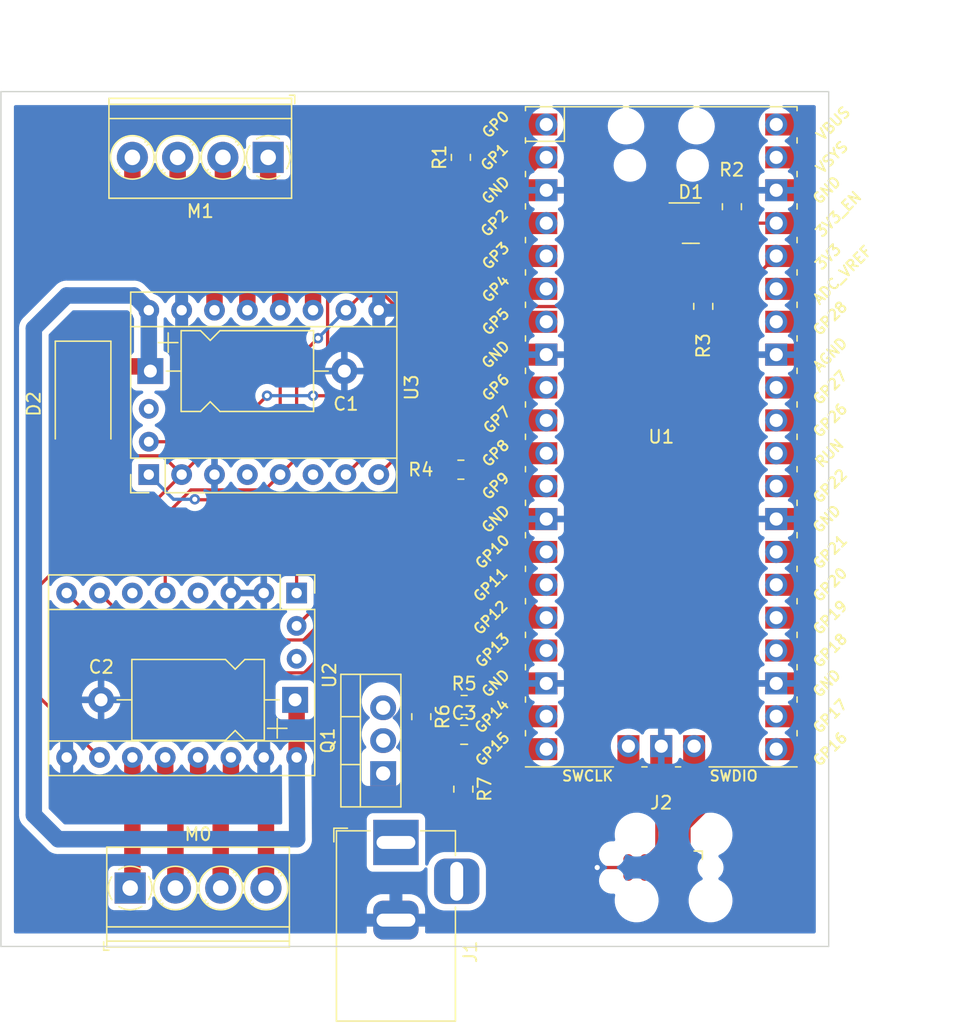
<source format=kicad_pcb>
(kicad_pcb (version 20211014) (generator pcbnew)

  (general
    (thickness 1.6)
  )

  (paper "A4")
  (layers
    (0 "F.Cu" signal)
    (31 "B.Cu" signal)
    (32 "B.Adhes" user "B.Adhesive")
    (33 "F.Adhes" user "F.Adhesive")
    (34 "B.Paste" user)
    (35 "F.Paste" user)
    (36 "B.SilkS" user "B.Silkscreen")
    (37 "F.SilkS" user "F.Silkscreen")
    (38 "B.Mask" user)
    (39 "F.Mask" user)
    (40 "Dwgs.User" user "User.Drawings")
    (41 "Cmts.User" user "User.Comments")
    (42 "Eco1.User" user "User.Eco1")
    (43 "Eco2.User" user "User.Eco2")
    (44 "Edge.Cuts" user)
    (45 "Margin" user)
    (46 "B.CrtYd" user "B.Courtyard")
    (47 "F.CrtYd" user "F.Courtyard")
    (48 "B.Fab" user)
    (49 "F.Fab" user)
    (50 "User.1" user)
    (51 "User.2" user)
    (52 "User.3" user)
    (53 "User.4" user)
    (54 "User.5" user)
    (55 "User.6" user)
    (56 "User.7" user)
    (57 "User.8" user)
    (58 "User.9" user)
  )

  (setup
    (stackup
      (layer "F.SilkS" (type "Top Silk Screen"))
      (layer "F.Paste" (type "Top Solder Paste"))
      (layer "F.Mask" (type "Top Solder Mask") (thickness 0.01))
      (layer "F.Cu" (type "copper") (thickness 0.035))
      (layer "dielectric 1" (type "core") (thickness 1.51) (material "FR4") (epsilon_r 4.5) (loss_tangent 0.02))
      (layer "B.Cu" (type "copper") (thickness 0.035))
      (layer "B.Mask" (type "Bottom Solder Mask") (thickness 0.01))
      (layer "B.Paste" (type "Bottom Solder Paste"))
      (layer "B.SilkS" (type "Bottom Silk Screen"))
      (copper_finish "None")
      (dielectric_constraints no)
    )
    (pad_to_mask_clearance 0)
    (grid_origin 35.56 144.78)
    (pcbplotparams
      (layerselection 0x00010fc_ffffffff)
      (disableapertmacros false)
      (usegerberextensions false)
      (usegerberattributes true)
      (usegerberadvancedattributes true)
      (creategerberjobfile true)
      (svguseinch false)
      (svgprecision 6)
      (excludeedgelayer true)
      (plotframeref false)
      (viasonmask false)
      (mode 1)
      (useauxorigin false)
      (hpglpennumber 1)
      (hpglpenspeed 20)
      (hpglpendiameter 15.000000)
      (dxfpolygonmode true)
      (dxfimperialunits true)
      (dxfusepcbnewfont true)
      (psnegative false)
      (psa4output false)
      (plotreference true)
      (plotvalue true)
      (plotinvisibletext false)
      (sketchpadsonfab false)
      (subtractmaskfromsilk false)
      (outputformat 1)
      (mirror false)
      (drillshape 1)
      (scaleselection 1)
      (outputdirectory "")
    )
  )

  (net 0 "")
  (net 1 "GND")
  (net 2 "/motor_en")
  (net 3 "unconnected-(U2-Pad4)")
  (net 4 "unconnected-(U2-Pad6)")
  (net 5 "/m0_step")
  (net 6 "/m0_dir")
  (net 7 "unconnected-(U3-Pad4)")
  (net 8 "unconnected-(U3-Pad6)")
  (net 9 "/m1_step")
  (net 10 "/m1_dir")
  (net 11 "unconnected-(U1-Pad19)")
  (net 12 "unconnected-(U1-Pad21)")
  (net 13 "unconnected-(U1-Pad22)")
  (net 14 "unconnected-(U1-Pad24)")
  (net 15 "unconnected-(U1-Pad25)")
  (net 16 "unconnected-(U1-Pad26)")
  (net 17 "unconnected-(U1-Pad27)")
  (net 18 "unconnected-(U1-Pad29)")
  (net 19 "unconnected-(U1-Pad30)")
  (net 20 "unconnected-(U1-Pad31)")
  (net 21 "unconnected-(U1-Pad32)")
  (net 22 "unconnected-(U1-Pad34)")
  (net 23 "unconnected-(U1-Pad35)")
  (net 24 "unconnected-(U1-Pad39)")
  (net 25 "unconnected-(U1-Pad40)")
  (net 26 "Net-(M1-Pad1)")
  (net 27 "Net-(M1-Pad2)")
  (net 28 "Net-(M1-Pad3)")
  (net 29 "Net-(M1-Pad4)")
  (net 30 "unconnected-(U1-Pad6)")
  (net 31 "unconnected-(U1-Pad7)")
  (net 32 "unconnected-(U1-Pad4)")
  (net 33 "unconnected-(U1-Pad5)")
  (net 34 "Net-(M0-Pad1)")
  (net 35 "Net-(M0-Pad2)")
  (net 36 "Net-(M0-Pad3)")
  (net 37 "Net-(M0-Pad4)")
  (net 38 "unconnected-(U2-Pad18)")
  (net 39 "unconnected-(U3-Pad18)")
  (net 40 "/m0_stall")
  (net 41 "/m1_stall")
  (net 42 "unconnected-(U1-Pad20)")
  (net 43 "unconnected-(J2-Pad7)")
  (net 44 "/SWDIO")
  (net 45 "/SWCLK")
  (net 46 "unconnected-(J2-Pad6)")
  (net 47 "unconnected-(J2-Pad8)")
  (net 48 "unconnected-(J2-Pad10)")
  (net 49 "+3V3")
  (net 50 "/motor_tx")
  (net 51 "Vdrive")
  (net 52 "unconnected-(D1-Pad2)")
  (net 53 "/3V3_EN")
  (net 54 "/motor_rxtx")
  (net 55 "unconnected-(U1-Pad14)")
  (net 56 "Net-(J1-Pad1)")
  (net 57 "Net-(C3-Pad2)")

  (footprint "Diode_SMD:D_SMA-SMB_Universal_Handsoldering" (layer "F.Cu") (at 41.91 102.87 -90))

  (footprint "Resistor_SMD:R_0805_2012Metric_Pad1.20x1.40mm_HandSolder" (layer "F.Cu") (at 68.06 127.03 -90))

  (footprint "film-scanner-fp:SilentStepStick_Breakout-18_15.2x20.3mm" (layer "F.Cu") (at 46.99 108.328 90))

  (footprint "Package_TO_SOT_SMD:SOT-23" (layer "F.Cu") (at 88.9 88.9))

  (footprint "Capacitor_THT:CP_Axial_L10.0mm_D6.0mm_P15.00mm_Horizontal" (layer "F.Cu") (at 47.11 100.33))

  (footprint "Connector_BarrelJack:BarrelJack_Horizontal" (layer "F.Cu") (at 66.0985 136.748 90))

  (footprint "Resistor_SMD:R_0805_2012Metric_Pad1.20x1.40mm_HandSolder" (layer "F.Cu") (at 71.3725 126.13))

  (footprint "TerminalBlock_Phoenix:TerminalBlock_Phoenix_PT-1,5-4-3.5-H_1x04_P3.50mm_Horizontal" (layer "F.Cu") (at 56.22 83.82 180))

  (footprint "Resistor_SMD:R_0805_2012Metric_Pad1.20x1.40mm_HandSolder" (layer "F.Cu") (at 71.12 107.95))

  (footprint "Resistor_SMD:R_0805_2012Metric_Pad1.20x1.40mm_HandSolder" (layer "F.Cu") (at 71.12 83.82 90))

  (footprint "MCU_RaspberryPi_and_Boards:RPi_Pico_SMD_TH" (layer "F.Cu") (at 86.614 105.41))

  (footprint "Resistor_SMD:R_0805_2012Metric_Pad1.20x1.40mm_HandSolder" (layer "F.Cu") (at 89.86 95.33 90))

  (footprint "Package_TO_SOT_THT:TO-220-3_Vertical" (layer "F.Cu") (at 65.11 131.42 90))

  (footprint "Connector:Tag-Connect_TC2050-IDC-FP_2x05_P1.27mm_Vertical" (layer "F.Cu") (at 86.614 138.681 180))

  (footprint "Capacitor_SMD:C_0805_2012Metric_Pad1.18x1.45mm_HandSolder" (layer "F.Cu") (at 71.3725 128.43))

  (footprint "Resistor_SMD:R_0805_2012Metric_Pad1.20x1.40mm_HandSolder" (layer "F.Cu") (at 71.31 132.63 -90))

  (footprint "Capacitor_THT:CP_Axial_L10.0mm_D6.0mm_P15.00mm_Horizontal" (layer "F.Cu") (at 58.3 125.73 180))

  (footprint "Resistor_SMD:R_0805_2012Metric_Pad1.20x1.40mm_HandSolder" (layer "F.Cu") (at 92.075 87.63 90))

  (footprint "TerminalBlock_Phoenix:TerminalBlock_Phoenix_PT-1,5-4-3.5-H_1x04_P3.50mm_Horizontal" (layer "F.Cu") (at 45.55 140.27))

  (footprint "film-scanner-fp:SilentStepStick_Breakout-18_15.2x20.3mm" (layer "F.Cu") (at 58.42 117.478 -90))

  (gr_line (start 99.56 78.74) (end 35.56 78.74) (layer "Edge.Cuts") (width 0.1) (tstamp 0259187e-6b64-4649-81f9-5a3b1ce3a5c3))
  (gr_line (start 35.56 144.78) (end 99.56 144.78) (layer "Edge.Cuts") (width 0.1) (tstamp 60f79347-7c26-4a5a-9cfe-acd7e9ea7331))
  (gr_line (start 99.56 78.74) (end 99.56 144.78) (layer "Edge.Cuts") (width 0.1) (tstamp 935136e3-495c-4239-aa0d-329a045e43f0))
  (gr_line (start 35.56 78.74) (end 35.56 144.78) (layer "Edge.Cuts") (width 0.1) (tstamp a31f17d1-3d83-4781-a439-a1ff3b32bcb8))
  (dimension (type aligned) (layer "Dwgs.User") (tstamp 2a030a22-5847-49af-b626-028313edfd04)
    (pts (xy 99.06 78.74) (xy 35.56 78.74))
    (height 5.08)
    (gr_text "63.5000 mm" (at 67.31 72.51) (layer "Dwgs.User") (tstamp 2a030a22-5847-49af-b626-028313edfd04)
      (effects (font (size 1 1) (thickness 0.15)))
    )
    (format (units 3) (units_format 1) (precision 4))
    (style (thickness 0.15) (arrow_length 1.27) (text_position_mode 0) (extension_height 0.58642) (extension_offset 0.5) keep_text_aligned)
  )
  (dimension (type aligned) (layer "Dwgs.User") (tstamp fdd3adfd-78fe-41dd-92fc-37254ebfb6ea)
    (pts (xy 99.56 144.78) (xy 99.56 78.74))
    (height 7.62)
    (gr_text "66.0400 mm" (at 106.03 111.76 90) (layer "Dwgs.User") (tstamp fdd3adfd-78fe-41dd-92fc-37254ebfb6ea)
      (effects (font (size 1 1) (thickness 0.15)))
    )
    (format (units 3) (units_format 1) (precision 4))
    (style (thickness 0.15) (arrow_length 1.27) (text_position_mode 0) (extension_height 0.58642) (extension_offset 0.5) keep_text_aligned)
  )

  (segment (start 89.5525 86.36) (end 87.9625 87.95) (width 0.25) (layer "F.Cu") (net 1) (tstamp 14db3784-84aa-4a85-aada-2731f4662713))
  (segment (start 87.007699 137.652301) (end 86.614 138.046) (width 0.25) (layer "F.Cu") (net 1) (tstamp 2440a8bf-719d-486d-aadc-f09f6886abe4))
  (segment (start 87.007699 129.703699) (end 87.007699 137.652301) (width 0.25) (layer "F.Cu") (net 1) (tstamp 72524fb7-7f9d-431c-a406-f0b03ba1f48d))
  (segment (start 77.724 111.76) (end 73.914 111.76) (width 0.25) (layer "F.Cu") (net 1) (tstamp 73caa9ef-800c-4a20-89ab-41b36bd4a994))
  (segment (start 73.914 111.76) (end 72.136 109.982) (width 0.25) (layer "F.Cu") (net 1) (tstamp 77087357-f100-4107-bd5d-9157401f2cc4))
  (segment (start 72.136 109.982) (end 72.136 107.966) (width 0.25) (layer "F.Cu") (net 1) (tstamp 7aecdfa6-ee22-4869-bd9b-286735babb96))
  (segment (start 84.074 138.046) (end 83.436 138.684) (width 0.25) (layer "F.Cu") (net 1) (tstamp 9eac89c6-a779-4150-8983-20d007491680))
  (segment (start 86.614 138.046) (end 87.884 139.316) (width 0.25) (layer "F.Cu") (net 1) (tstamp aa1be3f6-e3d4-4c55-aa90-ca207b745b8c))
  (segment (start 86.614 129.31) (end 87.007699 129.703699) (width 0.25) (layer "F.Cu") (net 1) (tstamp b1f56c9d-a142-4a18-8d4f-b4db27d11448))
  (segment (start 72.136 107.966) (end 72.12 107.95) (width 0.25) (layer "F.Cu") (net 1) (tstamp f196efc8-8596-420c-817b-0da2e902781e))
  (segment (start 95.504 86.36) (end 89.5525 86.36) (width 0.25) (layer "F.Cu") (net 1) (tstamp f59b3531-6963-4451-97a9-402d4e9f1966))
  (segment (start 83.436 138.684) (end 81.661 138.684) (width 0.25) (layer "F.Cu") (net 1) (tstamp f9316a53-afad-455e-baa9-f74a43e48edf))
  (via (at 81.661 138.684) (size 0.8) (drill 0.4) (layers "F.Cu" "B.Cu") (net 1) (tstamp 3f0652c3-ac66-48b3-ba94-0be4b0602061))
  (segment (start 58.382501 110.273499) (end 50.583499 110.273499) (width 0.25) (layer "F.Cu") (net 2) (tstamp 03c264ca-3923-43af-9cf8-6e39dd430328))
  (segment (start 58.42 110.348978) (end 58.363511 110.292489) (width 0.25) (layer "F.Cu") (net 2) (tstamp 1d211fda-c3a6-4fa2-9f46-108d5ce5ad1a))
  (segment (start 71.14452 106.92548) (end 70.12 107.95) (width 0.25) (layer "F.Cu") (net 2) (tstamp 40f46c30-82b1-4787-812e-8cbe98cbfe19))
  (segment (start 50.583499 110.273499) (end 50.546 110.236) (width 0.25) (layer "F.Cu") (net 2) (tstamp 59bc3fce-0dcb-45b0-9bdf-da89a0ad38d3))
  (segment (start 58.382501 110.273499) (end 67.796501 110.273499) (width 0.25) (layer "F.Cu") (net 2) (tstamp 71bd151e-ead1-45f9-aa52-382d7e5b996a))
  (segment (start 77.724 109.22) (end 75.002493 109.22) (width 0.25) (layer "F.Cu") (net 2) (tstamp 74380099-b698-4bab-890c-136bc7da0c0e))
  (segment (start 58.363511 110.292489) (end 58.382501 110.273499) (width 0.25) (layer "F.Cu") (net 2) (tstamp 7f289c63-9a66-4ef5-9fb2-7016cbd12fc3))
  (segment (start 72.707973 106.92548) (end 71.14452 106.92548) (width 0.25) (layer "F.Cu") (net 2) (tstamp 9c16642c-ea4d-43cf-b642-e4b102b4ac3e))
  (segment (start 67.796501 110.273499) (end 70.12 107.95) (width 0.25) (layer "F.Cu") (net 2) (tstamp a8c5b277-e7fe-4be9-97a4-96f80be5bd8e))
  (segment (start 75.002493 109.22) (end 72.707973 106.92548) (width 0.25) (layer "F.Cu") (net 2) (tstamp b4c38db1-f35c-4de2-9491-8948f27dd3ae))
  (segment (start 58.42 117.478) (end 58.42 110.348978) (width 0.25) (layer "F.Cu") (net 2) (tstamp d958441a-92e8-455e-8f49-94d5531d28aa))
  (via (at 50.546 110.236) (size 0.8) (drill 0.4) (layers "F.Cu" "B.Cu") (net 2) (tstamp 12a95fdd-e1b9-4233-bd32-7d67b9647678))
  (segment (start 48.898 110.236) (end 46.99 108.328) (width 0.25) (layer "B.Cu") (net 2) (tstamp 10ff325d-3faf-4325-878f-b9f8021f6f3d))
  (segment (start 50.546 110.236) (end 48.898 110.236) (width 0.25) (layer "B.Cu") (net 2) (tstamp f29d307b-d033-43fe-900c-6b5924e63afd))
  (segment (start 76.524979 118.180979) (end 77.724 119.38) (width 0.25) (layer "F.Cu") (net 5) (tstamp 3c47dcdb-d93b-46f0-9c6d-a81c04e84286))
  (segment (start 61.887613 118.180979) (end 76.524979 118.180979) (width 0.25) (layer "F.Cu") (net 5) (tstamp 7f85b6fe-2221-4f9a-8de2-d754ce1196a5))
  (segment (start 43.18 117.478) (end 46.806511 121.104511) (width 0.25) (layer "F.Cu") (net 5) (tstamp 88503a6c-dc51-4a55-a99b-02f6f7f3ff5e))
  (segment (start 58.964081 121.104511) (end 61.887613 118.180979) (width 0.25) (layer "F.Cu") (net 5) (tstamp ab19a574-b5f7-4ff7-a1ec-bbc6046c6c27))
  (segment (start 46.806511 121.104511) (end 58.964081 121.104511) (width 0.25) (layer "F.Cu") (net 5) (tstamp ec50bf9d-9830-4a50-8cb2-5a278a6f783f))
  (segment (start 61.888103 118.866193) (end 70.810489 118.866193) (width 0.25) (layer "F.Cu") (net 6) (tstamp 1095fed4-2804-465f-b879-a71eab7c57cf))
  (segment (start 70.810489 118.866193) (end 73.864296 121.92) (width 0.25) (layer "F.Cu") (net 6) (tstamp 1ace9566-c665-4af4-b61e-1588f849c2cc))
  (segment (start 59.010763 123.644511) (end 60.01049 122.644784) (width 0.25) (layer "F.Cu") (net 6) (tstamp 2a91ef65-271f-447f-ad60-cb73ae6264d8))
  (segment (start 60.01049 120.743806) (end 61.888103 118.866193) (width 0.25) (layer "F.Cu") (net 6) (tstamp 2fa6deef-3419-4f0d-b6d9-00cf8e6ad30d))
  (segment (start 40.64 117.478) (end 46.806511 123.644511) (width 0.25) (layer "F.Cu") (net 6) (tstamp 4788592f-1662-49c3-9135-6188e1ac6d21))
  (segment (start 73.864296 121.92) (end 77.724 121.92) (width 0.25) (layer "F.Cu") (net 6) (tstamp 7acc5099-d753-46d9-9f5b-ccb818b6b106))
  (segment (start 60.01049 122.644784) (end 60.01049 120.743806) (width 0.25) (layer "F.Cu") (net 6) (tstamp 887c41c3-9f96-4047-8720-92b65ee4a117))
  (segment (start 46.806511 123.644511) (end 59.010763 123.644511) (width 0.25) (layer "F.Cu") (net 6) (tstamp 9c8ba2d1-59e5-4b19-99be-30fde22aabcd))
  (segment (start 66.418 104.14) (end 62.23 108.328) (width 0.25) (layer "F.Cu") (net 9) (tstamp 55746abb-b561-47f0-96ba-22507fe0b975))
  (segment (start 77.724 104.14) (end 66.418 104.14) (width 0.25) (layer "F.Cu") (net 9) (tstamp b4ef9281-c2f8-4734-b678-60f8327a96ab))
  (segment (start 66.622031 106.475969) (end 64.77 108.328) (width 0.25) (layer "F.Cu") (net 10) (tstamp 6af3358b-a24a-4acd-9b35-a0d89e2a2301))
  (segment (start 77.724 106.68) (end 77.519969 106.475969) (width 0.25) (layer "F.Cu") (net 10) (tstamp c06c8c3e-d4f6-4b82-a95f-1f453d102450))
  (segment (start 77.519969 106.475969) (end 66.622031 106.475969) (width 0.25) (layer "F.Cu") (net 10) (tstamp fcd63935-ab33-4378-8ee2-092908c32a27))
  (segment (start 59.69 93.98) (end 56.22 90.51) (width 1.27) (layer "F.Cu") (net 26) (tstamp 3b40a662-22cb-4148-97c9-aaf75d914f9e))
  (segment (start 56.22 90.51) (end 56.22 83.82) (width 1.27) (layer "F.Cu") (net 26) (tstamp 4cff8619-8fb2-4e03-b97d-6b9bbd62c7fd))
  (segment (start 59.69 95.628) (end 59.69 93.98) (width 1.27) (layer "F.Cu") (net 26) (tstamp 9eaca63a-1452-434c-9f12-996009e1aa4a))
  (segment (start 57.15 93.98) (end 52.72 89.55) (width 1.27) (layer "F.Cu") (net 27) (tstamp 4809fc2e-38a2-4990-acba-8698c3d7fd40))
  (segment (start 57.15 95.628) (end 57.15 93.98) (width 1.27) (layer "F.Cu") (net 27) (tstamp 7ab94566-8ed9-438a-8b02-f46e9f44b3a7))
  (segment (start 52.72 89.55) (end 52.72 83.82) (width 1.27) (layer "F.Cu") (net 27) (tstamp d67664d2-634f-4410-b57c-0368e1449fba))
  (segment (start 54.61 93.98) (end 49.22 88.59) (width 1.27) (layer "F.Cu") (net 28) (tstamp 2ea6abe2-fb4b-42b0-8645-1fcbe266d395))
  (segment (start 54.61 95.628) (end 54.61 93.98) (width 1.27) (layer "F.Cu") (net 28) (tstamp 53521a9d-cbaa-481c-bca4-f703bf4fc513))
  (segment (start 49.22 88.59) (end 49.22 83.82) (width 1.27) (layer "F.Cu") (net 28) (tstamp e311cd4b-f828-440f-bd1b-22232aa5668d))
  (segment (start 52.07 95.628) (end 52.07 93.98) (width 1.27) (layer "F.Cu") (net 29) (tstamp 6c09601c-7591-4b7b-a196-2790f7c3cabe))
  (segment (start 45.72 87.63) (end 45.72 83.82) (width 1.27) (layer "F.Cu") (net 29) (tstamp 71348d09-8337-4891-9cd9-51de656ab870))
  (segment (start 52.07 93.98) (end 45.72 87.63) (width 1.27) (layer "F.Cu") (net 29) (tstamp e7862c21-0247-47d3-82a2-6738fffdeb7c))
  (segment (start 45.72 140.23) (end 45.55 140.4) (width 1.27) (layer "F.Cu") (net 34) (tstamp ae903c75-e9fd-4312-892f-711a12a25b14))
  (segment (start 45.72 130.178) (end 45.72 140.23) (width 1.27) (layer "F.Cu") (net 34) (tstamp c1939209-7c89-43c8-88cb-fd345ff9a999))
  (segment (start 48.26 130.178) (end 48.26 132.08) (width 1.27) (layer "F.Cu") (net 35) (tstamp 44009e16-1d44-49f9-943f-e2aa3d5c0aac))
  (segment (start 49.05 132.87) (end 49.05 140.4) (width 1.27) (layer "F.Cu") (net 35) (tstamp 7aefd652-378a-45c5-8c72-7c455b554659))
  (segment (start 48.26 132.08) (end 49.05 132.87) (width 1.27) (layer "F.Cu") (net 35) (tstamp ac91f45d-ee51-48a2-84ef-58213b5e3db8))
  (segment (start 50.8 132.08) (end 52.55 133.83) (width 1.27) (layer "F.Cu") (net 36) (tstamp 4862ba15-37f7-4899-be92-e35090d1fe39))
  (segment (start 50.8 130.178) (end 50.8 132.08) (width 1.27) (layer "F.Cu") (net 36) (tstamp b4621b45-1107-4562-8984-1deb7b977966))
  (segment (start 52.55 133.83) (end 52.55 140.4) (width 1.27) (layer "F.Cu") (net 36) (tstamp c639e71a-510d-44f3-a4d6-1954e7e64f33))
  (segment (start 53.34 132.08) (end 56.05 134.79) (width 1.27) (layer "F.Cu") (net 37) (tstamp 0645f455-8167-4b7d-ba44-703f818c7e2c))
  (segment (start 53.34 130.178) (end 53.34 132.08) (width 1.27) (layer "F.Cu") (net 37) (tstamp 7afad5bf-c3ab-4d28-88cd-8c5bbd58fb00))
  (segment (start 56.05 134.79) (end 56.05 140.4) (width 1.27) (layer "F.Cu") (net 37) (tstamp e4d1f7f7-6075-4040-b3cb-fd9f5334faef))
  (segment (start 58.42 120.018) (end 61.598 116.84) (width 0.25) (layer "F.Cu") (net 40) (tstamp 32af9062-948f-46ad-a380-017d08da4967))
  (segment (start 61.598 116.84) (end 77.724 116.84) (width 0.25) (layer "F.Cu") (net 40) (tstamp 4698175e-823e-48e4-a88b-0146d4e4ffbe))
  (segment (start 77.724 101.6) (end 64.135 101.6) (width 0.25) (layer "F.Cu") (net 41) (tstamp 1270518e-cb16-470e-9735-77c24d3ee17e))
  (segment (start 56.134 102.232) (end 52.578 105.791) (width 0.25) (layer "F.Cu") (net 41) (tstamp 7e59267d-eb42-4261-8c0e-e78242565cf2))
  (segment (start 64.135 101.6) (end 63.5 102.235) (width 0.25) (layer "F.Cu") (net 41) (tstamp 87ecfc77-eac7-486f-acc9-431d094fe7ce))
  (segment (start 52.578 105.791) (end 46.99 105.788) (width 0.25) (layer "F.Cu") (net 41) (tstamp bde44323-4c5c-4160-8d67-64e90351f0b0))
  (segment (start 63.5 102.235) (end 59.69 102.235) (width 0.25) (layer "F.Cu") (net 41) (tstamp fa7e319c-1207-480a-b76e-028850dc3285))
  (via (at 56.134 102.232) (size 0.8) (drill 0.4) (layers "F.Cu" "B.Cu") (net 41) (tstamp 041ad3f3-a01c-45ce-a57d-676fa85d5718))
  (via (at 59.69 102.235) (size 0.8) (drill 0.4) (layers "F.Cu" "B.Cu") (net 41) (tstamp e7a7bc91-489b-406f-bbdc-3c4ecec84dd0))
  (segment (start 56.134 102.232) (end 59.687 102.232) (width 0.25) (layer "B.Cu") (net 41) (tstamp 25e02322-9732-40d9-aa28-acabfacde79a))
  (segment (start 59.687 102.232) (end 59.69 102.235) (width 0.25) (layer "B.Cu") (net 41) (tstamp 9b2b3a26-1204-4b56-bf27-7787272e8016))
  (segment (start 87.884 138.046) (end 87.884 134.456) (width 0.25) (layer "F.Cu") (net 44) (tstamp af5a8d9f-4bab-42af-add0-a6ea57ae3408))
  (segment (start 87.884 134.456) (end 89.154 133.186) (width 0.25) (layer "F.Cu") (net 44) (tstamp c9244ef3-4c0e-466c-8897-4835ba85547f))
  (segment (start 89.154 133.186) (end 89.154 129.31) (width 0.25) (layer "F.Cu") (net 44) (tstamp d749978b-ea7a-46dc-a653-76a6f21ce3ab))
  (segment (start 86.270971 137.119029) (end 86.270971 133.115993) (width 0.25) (layer "F.Cu") (net 45) (tstamp 57f40a26-be36-4d85-abe8-91fed39ac263))
  (segment (start 85.344 138.046) (end 86.270971 137.119029) (width 0.25) (layer "F.Cu") (net 45) (tstamp 6ea8c97c-91b7-4965-99d9-097db73bbf49))
  (segment (start 84.074 130.919022) (end 84.074 129.31) (width 0.25) (layer "F.Cu") (net 45) (tstamp b176d592-beca-4d44-943a-f30493462735))
  (segment (start 86.270971 133.115993) (end 84.074 130.919022) (width 0.25) (layer "F.Cu") (net 45) (tstamp f9ecb542-e822-4587-bc72-1889e93a5519))
  (segment (start 38.608 116.84) (end 40.132 115.316) (width 0.25) (layer "F.Cu") (net 49) (tstamp 07340b1f-839f-45a2-af55-2c3fcda50601))
  (segment (start 43.18 130.178) (end 38.608 125.606) (width 0.25) (layer "F.Cu") (net 49) (tstamp 14024c61-79e8-40dc-9057-37cc4ebba99b))
  (segment (start 88.760301 137.652301) (end 88.760301 135.579699) (width 0.25) (layer "F.Cu") (net 49) (tstamp 3c6d5cd9-456f-4d1e-8d81-4bb6ec37bb08))
  (segment (start 48.076511 106.874511) (end 49.53 108.328) (width 0.25) (layer "F.Cu") (net 49) (tstamp 415a529b-a4f7-4db6-b78b-3ffc881364d7))
  (segment (start 43.014511 106.874511) (end 48.076511 106.874511) (width 0.25) (layer "F.Cu") (net 49) (tstamp 47be662a-329c-4ee8-a3a4-8c460f4dcdc3))
  (segment (start 66.077789 95.345489) (end 92.505489 95.345489) (width 0.25) (layer "F.Cu") (net 49) (tstamp 47cc1133-a462-4b5a-847e-f0d560ed49b7))
  (segment (start 92.56 95.4) (end 92.56 94.384) (width 0.25) (layer "F.Cu") (net 49) (tstamp 4d879700-3816-41f2-8b85-60d569ee2436))
  (segment (start 51.178 106.68) (end 57.15 106.68) (width 0.25) (layer "F.Cu") (net 49) (tstamp 5f5f22f3-bec5-4cd4-8449-300943a9db72))
  (segment (start 57.15 100.708) (end 57.153 100.708) (width 0.25) (layer "F.Cu") (net 49) (tstamp 6c91c2b7-9f0d-419c-8f55-08899294706c))
  (segment (start 92.56 131.78) (end 92.56 95.4) (width 0.25) (layer "F.Cu") (net 49) (tstamp 85cf0190-6aa9-4525-88bc-3fea575f48e8))
  (segment (start 41.91 105.77) (end 43.014511 106.874511) (width 0.25) (layer "F.Cu") (net 49) (tstamp a04e8cfe-34f6-4e63-be92-e26dcd4eef6b))
  (segment (start 92.505489 95.345489) (end 92.56 95.4) (width 0.25) (layer "F.Cu") (net 49) (tstamp a10e0a19-ec39-4164-ac83-f0824e828247))
  (segment (start 57.153 100.708) (end 60.071 97.79) (width 0.25) (layer "F.Cu") (net 49) (tstamp a901aff8-6ac1-4ae3-b13c-5cb843cbab83))
  (segment (start 49.53 108.328) (end 51.178 106.68) (width 0.25) (layer "F.Cu") (net 49) (tstamp acda9fbb-dbff-405b-a0fb-c153b3073206))
  (segment (start 38.608 125.606) (end 38.608 116.84) (width 0.25) (layer "F.Cu") (net 49) (tstamp b33a0c8b-fd8d-42ee-8f7b-96eedd1dc637))
  (segment (start 42.542 115.316) (end 49.53 108.328) (width 0.25) (layer "F.Cu") (net 49) (tstamp c1ab133e-2509-47fd-b12d-72080d6f7e9a))
  (segment (start 88.760301 135.579699) (end 92.56 131.78) (width 0.25) (layer "F.Cu") (net 49) (tstamp c43f6abd-dcd0-4d1c-a52c-f6a9cc0e0bca))
  (segment (start 63.354511 94.503489) (end 65.235789 94.503489) (width 0.25) (layer "F.Cu") (net 49) (tstamp c96274fd-74ad-4465-b7dc-e64ecb923f64))
  (segment (start 65.235789 94.503489) (end 66.077789 95.345489) (width 0.25) (layer "F.Cu") (net 49) (tstamp d964e929-0ba4-490a-8146-52555d48596f))
  (segment (start 92.56 94.384) (end 95.504 91.44) (width 0.25) (layer "F.Cu") (net 49) (tstamp df70386c-9b93-4735-bcfd-2d44e29eaccc))
  (segment (start 40.132 115.316) (end 42.542 115.316) (width 0.25) (layer "F.Cu") (net 49) (tstamp e14d0aa6-9b80-4f52-b739-5e26bc7be22d))
  (segment (start 57.15 106.68) (end 57.15 100.708) (width 0.25) (layer "F.Cu") (net 49) (tstamp f0543d93-6a94-4618-8a11-6e805085efa4))
  (segment (start 62.23 95.628) (end 63.354511 94.503489) (width 0.25) (layer "F.Cu") (net 49) (tstamp fa6d923c-6f69-4ff4-95c4-369719f79dbd))
  (segment (start 89.154 138.046) (end 88.760301 137.652301) (width 0.25) (layer "F.Cu") (net 49) (tstamp fafce03e-199a-460c-ac09-0bcd8a14970d))
  (via (at 60.071 97.79) (size 0.8) (drill 0.4) (layers "F.Cu" "B.Cu") (net 49) (tstamp fca06d02-ba10-42cf-a3af-21aed29e008d))
  (segment (start 60.071 97.79) (end 60.071 97.787) (width 0.25) (layer "B.Cu") (net 49) (tstamp 1bfd5d4c-eb41-45b6-bf52-228ee9105b9a))
  (segment (start 60.071 97.787) (end 62.23 95.628) (width 0.25) (layer "B.Cu") (net 49) (tstamp c776a21e-b447-4a46-8f52-1f146de6cdb0))
  (segment (start 77.724 81.28) (end 72.279 81.28) (width 0.25) (layer "F.Cu") (net 50) (tstamp 8c9b70ac-b950-414c-bf01-56f157c1c52b))
  (segment (start 72.279 81.28) (end 70.866 82.693) (width 0.25) (layer "F.Cu") (net 50) (tstamp eef23628-6d35-469a-8fdb-2a327978c9e3))
  (segment (start 46.75 99.97) (end 47.11 100.33) (width 1.27) (layer "F.Cu") (net 51) (tstamp 569783a3-d4d4-4ab4-a74f-651144988727))
  (segment (start 89.86 96.33) (end 80.61 105.58) (width 0.25) (layer "F.Cu") (net 51) (tstamp 676907f1-edf5-4866-8f58-1836989fe728))
  (segment (start 58.42 130.178) (end 58.42 125.85) (width 1.27) (layer "F.Cu") (net 51) (tstamp 6e9bc1dc-13fd-422c-8bac-9c0d8fd96619))
  (segment (start 41.91 99.97) (end 46.75 99.97) (width 1.27) (layer "F.Cu") (net 51) (tstamp 743df526-3b69-4d1e-82ce-97002a107c2c))
  (segment (start 80.61 130.33) (end 74.192 136.748) (width 0.25) (layer "F.Cu") (net 51) (tstamp 93f3f2ee-81e9-4234-a6b7-e481f4940ce2))
  (segment (start 80.61 105.58) (end 80.61 130.33) (width 0.25) (layer "F.Cu") (net 51) (tstamp dd982330-6ef5-4fcd-8b7f-f1ab4dee4340))
  (segment (start 39.9775 136.4975) (end 38.1 134.62) (width 1.27) (layer "B.Cu") (net 51) (tstamp 10f1cd25-aae1-4b64-8797-da2f415ea23a))
  (segment (start 38.1 134.62) (end 38.1 97.028) (width 1.27) (layer "B.Cu") (net 51) (tstamp 4e9e0bfe-5bba-430d-8fc0-bdee24410690))
  (segment (start 45.85 94.488) (end 46.99 95.628) (width 1.27) (layer "B.Cu") (net 51) (tstamp 57d67cfb-0984-4709-9a3c-c6f762246a51))
  (segment (start 40.64 94.488) (end 45.85 94.488) (width 1.27) (layer "B.Cu") (net 51) (tstamp 5dc9fbfc-81bd-4ce3-a162-787c76cee1ba))
  (segment (start 58.46 136.4975) (end 39.9775 136.4975) (width 1.27) (layer "B.Cu") (net 51) (tstamp 5e580a7a-d1e9-4429-9873-1cd79118f4a9))
  (segment (start 46.99 95.628) (end 46.99 100.21) (width 1.27) (layer "B.Cu") (net 51) (tstamp 9224dca2-5e1a-44cc-890e-30a3752e9d25))
  (segment (start 38.1 97.028) (end 40.64 94.488) (width 1.27) (layer "B.Cu") (net 51) (tstamp a594f5e9-5950-40aa-8287-f6f399bb60f4))
  (segment (start 58.42 130.178) (end 58.46 136.48) (width 1.27) (layer "B.Cu") (net 51) (tstamp e210ec34-96dc-476f-84bc-d72552793b58))
  (segment (start 46.99 100.21) (end 47.11 100.33) (width 1.27) (layer "B.Cu") (net 51) (tstamp e7f3b904-4426-4080-9a97-6bd7beb49ce3))
  (segment (start 89.8375 88.9) (end 89.8375 94.3075) (width 0.25) (layer "F.Cu") (net 53) (tstamp 0333793f-09e8-4434-bc40-f0d8d1476f2e))
  (segment (start 91.805 88.9) (end 92.075 88.63) (width 0.25) (layer "F.Cu") (net 53) (tstamp 0876c2c6-3775-4200-8cd8-74a7b08db05f))
  (segment (start 89.8375 88.9) (end 91.805 88.9) (width 0.25) (layer "F.Cu") (net 53) (tstamp 0e898987-7550-42aa-9cc7-3c9f8e91eab8))
  (segment (start 92.345 88.9) (end 92.075 88.63) (width 0.25) (layer "F.Cu") (net 53) (tstamp 42def1e7-a6ef-47d2-bd02-951b359ce1ba))
  (segment (start 89.8375 94.3075) (end 89.86 94.33) (width 0.25) (layer "F.Cu") (net 53) (tstamp b7af97dd-d2c5-4295-9b3b-40aae728d0bc))
  (segment (start 95.504 88.9) (end 92.345 88.9) (width 0.25) (layer "F.Cu") (net 53) (tstamp c2c4b84b-5dd2-449b-ad1f-ef380fb52bba))
  (segment (start 50.245901 109.511499) (end 55.966501 109.511499) (width 0.25) (layer "F.Cu") (net 54) (tstamp 0a70adc9-ff75-4281-972c-ca412f95f804))
  (segment (start 55.966501 109.511499) (end 57.15 108.328) (width 0.25) (layer "F.Cu") (net 54) (tstamp 1cc417fb-26ac-45ca-b4ce-3cd59114370f))
  (segment (start 70.432027 84.74452) (end 60.814511 94.362036) (width 0.25) (layer "F.Cu") (net 54) (tstamp 2393d923-4ab6-4a61-8b9e-8af12c30d27d))
  (segment (start 77.724 83.82) (end 76.79948 84.74452) (width 0.25) (layer "F.Cu") (net 54) (tstamp 2bfd80bb-fffb-416d-a103-ecdd69e7cb33))
  (segment (start 58.42 101.6) (end 58.42 107.058) (width 0.25) (layer "F.Cu") (net 54) (tstamp 3fe4b674-203c-476f-b0a1-961d473df0c2))
  (segment (start 60.814511 94.362036) (end 60.814511 99.205489) (width 0.25) (layer "F.Cu") (net 54) (tstamp 4cc0f2bb-7752-44de-bb91-0f650031b196))
  (segment (start 48.26 111.4974) (end 50.245901 109.511499) (width 0.25) (layer "F.Cu") (net 54) (tstamp 565f8cbd-d589-419f-b1c0-c7d1b4b0dc35))
  (segment (start 48.26 117.478) (end 48.26 111.4974) (width 0.25) (layer "F.Cu") (net 54) (tstamp 62bbcbc6-fac9-41e7-ba73-71b498502445))
  (segment (start 60.814511 99.205489) (end 58.42 101.6) (width 0.25) (layer "F.Cu") (net 54) (tstamp 6b9e7cce-556f-4524-a3d4-948a8572452a))
  (segment (start 58.42 107.058) (end 57.15 108.328) (width 0.25) (layer "F.Cu") (net 54) (tstamp 79063ad2-a905-4f4b-ade8-0a40367046ec))
  (segment (start 76.79948 84.74452) (end 70.432027 84.74452) (width 0.25) (layer "F.Cu") (net 54) (tstamp a0f50910-daf2-4903-8f0c-a5f201c66aa1))

  (zone (net 1) (net_name "GND") (layer "B.Cu") (tstamp 191e590f-feb2-4293-b9c4-ddedbb8be6ba) (hatch edge 0.508)
    (connect_pads (clearance 0.508))
    (min_thickness 0.254) (filled_areas_thickness no)
    (fill yes (thermal_gap 0.508) (thermal_bridge_width 0.508))
    (polygon
      (pts
        (xy 98.56 143.78)
        (xy 36.56 143.78)
        (xy 36.56 79.78)
        (xy 98.56 79.78)
      )
    )
    (filled_polygon
      (layer "B.Cu")
      (pts
        (xy 77.219004 79.800002)
        (xy 77.265497 79.853658)
        (xy 77.275601 79.923932)
        (xy 77.246107 79.988512)
        (xy 77.199938 80.02199)
        (xy 77.195756 80.023357)
        (xy 77.191168 80.025745)
        (xy 77.191164 80.025747)
        (xy 77.008424 80.120876)
        (xy 76.997607 80.126507)
        (xy 76.993474 80.12961)
        (xy 76.993471 80.129612)
        (xy 76.856024 80.23281)
        (xy 76.818965 80.260635)
        (xy 76.664629 80.422138)
        (xy 76.661715 80.42641)
        (xy 76.661714 80.426411)
        (xy 76.581611 80.543838)
        (xy 76.538743 80.60668)
        (xy 76.444688 80.809305)
        (xy 76.384989 81.02457)
        (xy 76.361251 81.246695)
        (xy 76.361548 81.251848)
        (xy 76.361548 81.251851)
        (xy 76.370667 81.41)
        (xy 76.37411 81.469715)
        (xy 76.375247 81.474761)
        (xy 76.375248 81.474767)
        (xy 76.376959 81.482359)
        (xy 76.423222 81.687639)
        (xy 76.507266 81.894616)
        (xy 76.623987 82.085088)
        (xy 76.77025 82.253938)
        (xy 76.942126 82.396632)
        (xy 76.97506 82.415877)
        (xy 77.015445 82.439476)
        (xy 77.064169 82.491114)
        (xy 77.07724 82.560897)
        (xy 77.050509 82.626669)
        (xy 77.010055 82.660027)
        (xy 76.997607 82.666507)
        (xy 76.993474 82.66961)
        (xy 76.993471 82.669612)
        (xy 76.863484 82.767209)
        (xy 76.818965 82.800635)
        (xy 76.664629 82.962138)
        (xy 76.661715 82.96641)
        (xy 76.661714 82.966411)
        (xy 76.582586 83.082409)
        (xy 76.538743 83.14668)
        (xy 76.491716 83.247992)
        (xy 76.447328 83.343618)
        (xy 76.444688 83.349305)
        (xy 76.384989 83.56457)
        (xy 76.361251 83.786695)
        (xy 76.361548 83.791848)
        (xy 76.361548 83.791851)
        (xy 76.367011 83.88659)
        (xy 76.37411 84.009715)
        (xy 76.375247 84.014761)
        (xy 76.375248 84.014767)
        (xy 76.395119 84.102939)
        (xy 76.423222 84.227639)
        (xy 76.507266 84.434616)
        (xy 76.524955 84.463482)
        (xy 76.570454 84.537729)
        (xy 76.623987 84.625088)
        (xy 76.77025 84.793938)
        (xy 76.774225 84.797238)
        (xy 76.774231 84.797244)
        (xy 76.779425 84.801556)
        (xy 76.819059 84.86046)
        (xy 76.820555 84.931441)
        (xy 76.783439 84.991962)
        (xy 76.743168 85.01648)
        (xy 76.635946 85.056676)
        (xy 76.620351 85.065214)
        (xy 76.518276 85.141715)
        (xy 76.505715 85.154276)
        (xy 76.429214 85.256351)
        (xy 76.420676 85.271946)
        (xy 76.375522 85.392394)
        (xy 76.371895 85.407649)
        (xy 76.366369 85.458514)
        (xy 76.366 85.465328)
        (xy 76.366 86.087885)
        (xy 76.370475 86.103124)
        (xy 76.371865 86.104329)
        (xy 76.379548 86.106)
        (xy 79.063884 86.106)
        (xy 79.079123 86.101525)
        (xy 79.080328 86.100135)
        (xy 79.081999 86.092452)
        (xy 79.081999 85.465331)
        (xy 79.081629 85.45851)
        (xy 79.076105 85.407648)
        (xy 79.072479 85.392396)
        (xy 79.027324 85.271946)
        (xy 79.018786 85.256351)
        (xy 78.942285 85.154276)
        (xy 78.929724 85.141715)
        (xy 78.827649 85.065214)
        (xy 78.812054 85.056676)
        (xy 78.701813 85.015348)
        (xy 78.645049 84.972706)
        (xy 78.620349 84.906145)
        (xy 78.635557 84.836796)
        (xy 78.657104 84.808115)
        (xy 78.75843 84.707144)
        (xy 78.75844 84.707132)
        (xy 78.762096 84.703489)
        (xy 78.797734 84.653894)
        (xy 78.889435 84.526277)
        (xy 78.892453 84.522077)
        (xy 78.895033 84.516858)
        (xy 78.933018 84.44)
        (xy 82.925693 84.44)
        (xy 82.944885 84.659371)
        (xy 83.00188 84.872076)
        (xy 83.004205 84.877061)
        (xy 83.092618 85.066666)
        (xy 83.092621 85.066671)
        (xy 83.094944 85.071653)
        (xy 83.0981 85.07616)
        (xy 83.098101 85.076162)
        (xy 83.132689 85.125558)
        (xy 83.221251 85.252038)
        (xy 83.376962 85.407749)
        (xy 83.381471 85.410906)
        (xy 83.381473 85.410908)
        (xy 83.424646 85.441138)
        (xy 83.557346 85.534056)
        (xy 83.756924 85.62712)
        (xy 83.969629 85.684115)
        (xy 84.189 85.703307)
        (xy 84.408371 85.684115)
        (xy 84.621076 85.62712)
        (xy 84.820654 85.534056)
        (xy 84.953354 85.441138)
        (xy 84.996527 85.410908)
        (xy 84.996529 85.410906)
        (xy 85.001038 85.407749)
        (xy 85.156749 85.252038)
        (xy 85.245312 85.125558)
        (xy 85.279899 85.076162)
        (xy 85.2799 85.07616)
        (xy 85.283056 85.071653)
        (xy 85.285379 85.066671)
        (xy 85.285382 85.066666)
        (xy 85.373795 84.877061)
        (xy 85.37612 84.872076)
        (xy 85.433115 84.659371)
        (xy 85.452307 84.44)
        (xy 87.775693 84.44)
        (xy 87.794885 84.659371)
        (xy 87.85188 84.872076)
        (xy 87.854205 84.877061)
        (xy 87.942618 85.066666)
        (xy 87.942621 85.066671)
        (xy 87.944944 85.071653)
        (xy 87.9481 85.07616)
        (xy 87.948101 85.076162)
        (xy 87.982689 85.125558)
        (xy 88.071251 85.252038)
        (xy 88.226962 85.407749)
        (xy 88.231471 85.410906)
        (xy 88.231473 85.410908)
        (xy 88.274646 85.441138)
        (xy 88.407346 85.534056)
        (xy 88.606924 85.62712)
        (xy 88.819629 85.684115)
        (xy 89.039 85.703307)
        (xy 89.258371 85.684115)
        (xy 89.471076 85.62712)
        (xy 89.670654 85.534056)
        (xy 89.803354 85.441138)
        (xy 89.846527 85.410908)
        (xy 89.846529 85.410906)
        (xy 89.851038 85.407749)
        (xy 90.006749 85.252038)
        (xy 90.095312 85.125558)
        (xy 90.129899 85.076162)
        (xy 90.1299 85.07616)
        (xy 90.133056 85.071653)
        (xy 90.135379 85.066671)
        (xy 90.135382 85.066666)
        (xy 90.223795 84.877061)
        (xy 90.22612 84.872076)
        (xy 90.283115 84.659371)
        (xy 90.302307 84.44)
        (xy 90.283115 84.220629)
        (xy 90.22612 84.007924)
        (xy 90.180302 83.909667)
        (xy 90.135382 83.813334)
        (xy 90.135379 83.813329)
        (xy 90.133056 83.808347)
        (xy 90.129899 83.803838)
        (xy 90.009908 83.632473)
        (xy 90.009906 83.63247)
        (xy 90.006749 83.627962)
        (xy 89.851038 83.472251)
        (xy 89.670654 83.345944)
        (xy 89.471076 83.25288)
        (xy 89.258371 83.195885)
        (xy 89.039 83.176693)
        (xy 88.819629 83.195885)
        (xy 88.606924 83.25288)
        (xy 88.546835 83.2809)
        (xy 88.412334 83.343618)
        (xy 88.412329 83.343621)
        (xy 88.407347 83.345944)
        (xy 88.40284 83.3491)
        (xy 88.402838 83.349101)
        (xy 88.231473 83.469092)
        (xy 88.23147 83.469094)
        (xy 88.226962 83.472251)
        (xy 88.071251 83.627962)
        (xy 88.068094 83.63247)
        (xy 88.068092 83.632473)
        (xy 87.948101 83.803838)
        (xy 87.944944 83.808347)
        (xy 87.942621 83.813329)
        (xy 87.942618 83.813334)
        (xy 87.897698 83.909667)
        (xy 87.85188 84.007924)
        (xy 87.794885 84.220629)
        (xy 87.775693 84.44)
        (xy 85.452307 84.44)
        (xy 85.433115 84.220629)
        (xy 85.37612 84.007924)
        (xy 85.330302 83.909667)
        (xy 85.285382 83.813334)
        (xy 85.285379 83.813329)
        (xy 85.283056 83.808347)
        (xy 85.279899 83.803838)
        (xy 85.159908 83.632473)
        (xy 85.159906 83.63247)
        (xy 85.156749 83.627962)
        (xy 85.001038 83.472251)
        (xy 84.820654 83.345944)
        (xy 84.621076 83.25288)
        (xy 84.408371 83.195885)
        (xy 84.189 83.176693)
        (xy 83.969629 83.195885)
        (xy 83.756924 83.25288)
        (xy 83.696835 83.2809)
        (xy 83.562334 83.343618)
        (xy 83.562329 83.343621)
        (xy 83.557347 83.345944)
        (xy 83.55284 83.3491)
        (xy 83.552838 83.349101)
        (xy 83.381473 83.469092)
        (xy 83.38147 83.469094)
        (xy 83.376962 83.472251)
        (xy 83.221251 83.627962)
        (xy 83.218094 83.63247)
        (xy 83.218092 83.632473)
        (xy 83.098101 83.803838)
        (xy 83.094944 83.808347)
        (xy 83.092621 83.813329)
        (xy 83.092618 83.813334)
        (xy 83.047698 83.909667)
        (xy 83.00188 84.007924)
        (xy 82.944885 84.220629)
        (xy 82.925693 84.44)
        (xy 78.933018 84.44)
        (xy 78.989136 84.326453)
        (xy 78.989137 84.326451)
        (xy 78.99143 84.321811)
        (xy 79.05637 84.108069)
        (xy 79.085529 83.88659)
        (xy 79.087156 83.82)
        (xy 79.068852 83.597361)
        (xy 79.014431 83.380702)
        (xy 78.925354 83.17584)
        (xy 78.838156 83.041052)
        (xy 78.806822 82.992617)
        (xy 78.80682 82.992614)
        (xy 78.804014 82.988277)
        (xy 78.65367 82.823051)
        (xy 78.649619 82.819852)
        (xy 78.649615 82.819848)
        (xy 78.482414 82.6878)
        (xy 78.48241 82.687798)
        (xy 78.478359 82.684598)
        (xy 78.437053 82.661796)
        (xy 78.387084 82.611364)
        (xy 78.372312 82.541921)
        (xy 78.397428 82.475516)
        (xy 78.42478 82.448909)
        (xy 78.471089 82.415877)
        (xy 78.60386 82.321173)
        (xy 78.661315 82.263919)
        (xy 78.710196 82.215208)
        (xy 78.762096 82.163489)
        (xy 78.792607 82.121029)
        (xy 78.889435 81.986277)
        (xy 78.892453 81.982077)
        (xy 78.915759 81.934922)
        (xy 78.989136 81.786453)
        (xy 78.989137 81.786451)
        (xy 78.99143 81.781811)
        (xy 79.05637 81.568069)
        (xy 79.085529 81.34659)
        (xy 79.087156 81.28)
        (xy 79.068852 81.057361)
        (xy 79.014431 80.840702)
        (xy 78.925354 80.63584)
        (xy 78.804014 80.448277)
        (xy 78.65367 80.283051)
        (xy 78.649619 80.279852)
        (xy 78.649615 80.279848)
        (xy 78.482414 80.1478)
        (xy 78.48241 80.147798)
        (xy 78.478359 80.144598)
        (xy 78.435387 80.120876)
        (xy 78.426136 80.115769)
        (xy 78.282789 80.036638)
        (xy 78.264177 80.030047)
        (xy 78.249284 80.024773)
        (xy 78.191747 79.983179)
        (xy 78.165831 79.917082)
        (xy 78.179765 79.847466)
        (xy 78.229123 79.796434)
        (xy 78.291343 79.78)
        (xy 83.572466 79.78)
        (xy 83.640587 79.800002)
        (xy 83.68708 79.853658)
        (xy 83.697184 79.923932)
        (xy 83.66769 79.988512)
        (xy 83.607964 80.026896)
        (xy 83.591525 80.03055)
        (xy 83.561464 80.03515)
        (xy 83.341314 80.107106)
        (xy 83.336726 80.109494)
        (xy 83.336722 80.109496)
        (xy 83.269292 80.144598)
        (xy 83.135872 80.214052)
        (xy 83.131739 80.217155)
        (xy 83.131736 80.217157)
        (xy 82.95479 80.350012)
        (xy 82.950655 80.353117)
        (xy 82.947083 80.356855)
        (xy 82.863369 80.444457)
        (xy 82.790639 80.520564)
        (xy 82.787725 80.524836)
        (xy 82.787724 80.524837)
        (xy 82.731895 80.60668)
        (xy 82.660119 80.711899)
        (xy 82.562602 80.921981)
        (xy 82.500707 81.145169)
        (xy 82.476095 81.375469)
        (xy 82.476392 81.380622)
        (xy 82.476392 81.380625)
        (xy 82.482067 81.479041)
        (xy 82.489427 81.606697)
        (xy 82.490564 81.611743)
        (xy 82.490565 81.611749)
        (xy 82.522741 81.754523)
        (xy 82.540346 81.832642)
        (xy 82.542288 81.837424)
        (xy 82.542289 81.837428)
        (xy 82.62554 82.04245)
        (xy 82.627484 82.047237)
        (xy 82.748501 82.244719)
        (xy 82.900147 82.419784)
        (xy 83.078349 82.56773)
        (xy 83.278322 82.684584)
        (xy 83.494694 82.767209)
        (xy 83.49976 82.76824)
        (xy 83.499761 82.76824)
        (xy 83.552846 82.77904)
        (xy 83.721656 82.813385)
        (xy 83.852324 82.818176)
        (xy 83.947949 82.821683)
        (xy 83.947953 82.821683)
        (xy 83.953113 82.821872)
        (xy 83.958233 82.821216)
        (xy 83.958235 82.821216)
        (xy 84.03127 82.81186)
        (xy 84.182847 82.792442)
        (xy 84.187795 82.790957)
        (xy 84.187802 82.790956)
        (xy 84.399747 82.727369)
        (xy 84.40469 82.725886)
        (xy 84.409324 82.723616)
        (xy 84.608049 82.626262)
        (xy 84.608052 82.62626)
        (xy 84.612684 82.623991)
        (xy 84.801243 82.489494)
        (xy 84.965303 82.326005)
        (xy 84.968525 82.321522)
        (xy 85.031754 82.233528)
        (xy 85.100458 82.137917)
        (xy 85.112289 82.11398)
        (xy 85.200784 81.934922)
        (xy 85.200785 81.93492)
        (xy 85.203078 81.93028)
        (xy 85.270408 81.708671)
        (xy 85.30064 81.479041)
        (xy 85.300722 81.475691)
        (xy 85.302245 81.413365)
        (xy 85.302245 81.413361)
        (xy 85.302327 81.41)
        (xy 85.288479 81.241562)
        (xy 85.283773 81.184318)
        (xy 85.283772 81.184312)
        (xy 85.283349 81.179167)
        (xy 85.226925 80.954533)
        (xy 85.224866 80.949797)
        (xy 85.13663 80.746868)
        (xy 85.136628 80.746865)
        (xy 85.13457 80.742131)
        (xy 85.008764 80.547665)
        (xy 84.852887 80.376358)
        (xy 84.848836 80.373159)
        (xy 84.848832 80.373155)
        (xy 84.675177 80.236011)
        (xy 84.675172 80.236008)
        (xy 84.671123 80.23281)
        (xy 84.666607 80.230317)
        (xy 84.666604 80.230315)
        (xy 84.472879 80.123373)
        (xy 84.472875 80.123371)
        (xy 84.468355 80.120876)
        (xy 84.463486 80.119152)
        (xy 84.463482 80.11915)
        (xy 84.254903 80.045288)
        (xy 84.254899 80.045287)
        (xy 84.250028 80.043562)
        (xy 84.244935 80.042655)
        (xy 84.244932 80.042654)
        (xy 84.174155 80.030047)
        (xy 84.110597 79.998409)
        (xy 84.074234 79.937432)
        (xy 84.076611 79.866475)
        (xy 84.116972 79.808067)
        (xy 84.182504 79.780752)
        (xy 84.196251 79.78)
        (xy 89.022466 79.78)
        (xy 89.090587 79.800002)
        (xy 89.13708 79.853658)
        (xy 89.147184 79.923932)
        (xy 89.11769 79.988512)
        (xy 89.057964 80.026896)
        (xy 89.041525 80.03055)
        (xy 89.011464 80.03515)
        (xy 88.791314 80.107106)
        (xy 88.786726 80.109494)
        (xy 88.786722 80.109496)
        (xy 88.719292 80.144598)
        (xy 88.585872 80.214052)
        (xy 88.581739 80.217155)
        (xy 88.581736 80.217157)
        (xy 88.40479 80.350012)
        (xy 88.400655 80.353117)
        (xy 88.397083 80.356855)
        (xy 88.313369 80.444457)
        (xy 88.240639 80.520564)
        (xy 88.237725 80.524836)
        (xy 88.237724 80.524837)
        (xy 88.181895 80.60668)
        (xy 88.110119 80.711899)
        (xy 88.012602 80.921981)
        (xy 87.950707 81.145169)
        (xy 87.926095 81.375469)
        (xy 87.926392 81.380622)
        (xy 87.926392 81.380625)
        (xy 87.932067 81.479041)
        (xy 87.939427 81.606697)
        (xy 87.940564 81.611743)
        (xy 87.940565 81.611749)
        (xy 87.972741 81.754523)
        (xy 87.990346 81.832642)
        (xy 87.992288 81.837424)
        (xy 87.992289 81.837428)
        (xy 88.07554 82.04245)
        (xy 88.077484 82.047237)
        (xy 88.198501 82.244719)
        (xy 88.350147 82.419784)
        (xy 88.528349 82.56773)
        (xy 88.728322 82.684584)
        (xy 88.944694 82.767209)
        (xy 88.94976 82.76824)
        (xy 88.949761 82.76824)
        (xy 89.002846 82.77904)
        (xy 89.171656 82.813385)
        (xy 89.302324 82.818176)
        (xy 89.397949 82.821683)
        (xy 89.397953 82.821683)
        (xy 89.403113 82.821872)
        (xy 89.408233 82.821216)
        (xy 89.408235 82.821216)
        (xy 89.48127 82.81186)
        (xy 89.632847 82.792442)
        (xy 89.637795 82.790957)
        (xy 89.637802 82.790956)
        (xy 89.849747 82.727369)
        (xy 89.85469 82.725886)
        (xy 89.859324 82.723616)
        (xy 90.058049 82.626262)
        (xy 90.058052 82.62626)
        (xy 90.062684 82.623991)
        (xy 90.251243 82.489494)
        (xy 90.415303 82.326005)
        (xy 90.418525 82.321522)
        (xy 90.481754 82.233528)
        (xy 90.550458 82.137917)
        (xy 90.562289 82.11398)
        (xy 90.650784 81.934922)
        (xy 90.650785 81.93492)
        (xy 90.653078 81.93028)
        (xy 90.720408 81.708671)
        (xy 90.75064 81.479041)
        (xy 90.750722 81.475691)
        (xy 90.752245 81.413365)
        (xy 90.752245 81.413361)
        (xy 90.752327 81.41)
        (xy 90.738479 81.241562)
        (xy 90.733773 81.184318)
        (xy 90.733772 81.184312)
        (xy 90.733349 81.179167)
        (xy 90.676925 80.954533)
        (xy 90.674866 80.949797)
        (xy 90.58663 80.746868)
        (xy 90.586628 80.746865)
        (xy 90.58457 80.742131)
        (xy 90.458764 80.547665)
        (xy 90.302887 80.376358)
        (xy 90.298836 80.373159)
        (xy 90.298832 80.373155)
        (xy 90.125177 80.236011)
        (xy 90.125172 80.236008)
        (xy 90.121123 80.23281)
        (xy 90.116607 80.230317)
        (xy 90.116604 80.230315)
        (xy 89.922879 80.123373)
        (xy 89.922875 80.123371)
        (xy 89.918355 80.120876)
        (xy 89.913486 80.119152)
        (xy 89.913482 80.11915)
        (xy 89.704903 80.045288)
        (xy 89.704899 80.045287)
        (xy 89.700028 80.043562)
        (xy 89.694935 80.042655)
        (xy 89.694932 80.042654)
        (xy 89.624155 80.030047)
        (xy 89.560597 79.998409)
        (xy 89.524234 79.937432)
        (xy 89.526611 79.866475)
        (xy 89.566972 79.808067)
        (xy 89.632504 79.780752)
        (xy 89.646251 79.78)
        (xy 94.930883 79.78)
        (xy 94.999004 79.800002)
        (xy 95.045497 79.853658)
        (xy 95.055601 79.923932)
        (xy 95.026107 79.988512)
        (xy 94.979938 80.02199)
        (xy 94.975756 80.023357)
        (xy 94.971168 80.025745)
        (xy 94.971164 80.025747)
        (xy 94.788424 80.120876)
        (xy 94.777607 80.126507)
        (xy 94.773474 80.12961)
        (xy 94.773471 80.129612)
        (xy 94.636024 80.23281)
        (xy 94.598965 80.260635)
        (xy 94.444629 80.422138)
        (xy 94.441715 80.42641)
        (xy 94.441714 80.426411)
        (xy 94.361611 80.543838)
        (xy 94.318743 80.60668)
        (xy 94.224688 80.809305)
        (xy 94.164989 81.02457)
        (xy 94.141251 81.246695)
        (xy 94.141548 81.251848)
        (xy 94.141548 81.251851)
        (xy 94.150667 81.41)
        (xy 94.15411 81.469715)
        (xy 94.155247 81.474761)
        (xy 94.155248 81.474767)
        (xy 94.156959 81.482359)
        (xy 94.203222 81.687639)
        (xy 94.287266 81.894616)
        (xy 94.403987 82.085088)
        (xy 94.55025 82.253938)
        (xy 94.722126 82.396632)
        (xy 94.75506 82.415877)
        (xy 94.795445 82.439476)
        (xy 94.844169 82.491114)
        (xy 94.85724 82.560897)
        (xy 94.830509 82.626669)
        (xy 94.790055 82.660027)
        (xy 94.777607 82.666507)
        (xy 94.773474 82.66961)
        (xy 94.773471 82.669612)
        (xy 94.643484 82.767209)
        (xy 94.598965 82.800635)
        (xy 94.444629 82.962138)
        (xy 94.441715 82.96641)
        (xy 94.441714 82.966411)
        (xy 94.362586 83.082409)
        (xy 94.318743 83.14668)
        (xy 94.271716 83.247992)
        (xy 94.227328 83.343618)
        (xy 94.224688 83.349305)
        (xy 94.164989 83.56457)
        (xy 94.141251 83.786695)
        (xy 94.141548 83.791848)
        (xy 94.141548 83.791851)
        (xy 94.147011 83.88659)
        (xy 94.15411 84.009715)
        (xy 94.155247 84.014761)
        (xy 94.155248 84.014767)
        (xy 94.175119 84.102939)
        (xy 94.203222 84.227639)
        (xy 94.287266 84.434616)
        (xy 94.304955 84.463482)
        (xy 94.350454 84.537729)
        (xy 94.403987 84.625088)
        (xy 94.55025 84.793938)
        (xy 94.554225 84.797238)
        (xy 94.554231 84.797244)
        (xy 94.559425 84.801556)
        (xy 94.599059 84.86046)
        (xy 94.600555 84.931441)
        (xy 94.563439 84.991962)
        (xy 94.523168 85.01648)
        (xy 94.415946 85.056676)
        (xy 94.400351 85.065214)
        (xy 94.298276 85.141715)
        (xy 94.285715 85.154276)
        (xy 94.209214 85.256351)
        (xy 94.200676 85.271946)
        (xy 94.155522 85.392394)
        (xy 94.151895 85.407649)
        (xy 94.146369 85.458514)
        (xy 94.146 85.465328)
        (xy 94.146 86.087885)
        (xy 94.150475 86.103124)
        (xy 94.151865 86.104329)
        (xy 94.159548 86.106)
        (xy 96.843884 86.106)
        (xy 96.859123 86.101525)
        (xy 96.860328 86.100135)
        (xy 96.861999 86.092452)
        (xy 96.861999 85.465331)
        (xy 96.861629 85.45851)
        (xy 96.856105 85.407648)
        (xy 96.852479 85.392396)
        (xy 96.807324 85.271946)
        (xy 96.798786 85.256351)
        (xy 96.722285 85.154276)
        (xy 96.709724 85.141715)
        (xy 96.607649 85.065214)
        (xy 96.592054 85.056676)
        (xy 96.481813 85.015348)
        (xy 96.425049 84.972706)
        (xy 96.400349 84.906145)
        (xy 96.415557 84.836796)
        (xy 96.437104 84.808115)
        (xy 96.53843 84.707144)
        (xy 96.53844 84.707132)
        (xy 96.542096 84.703489)
        (xy 96.577734 84.653894)
        (xy 96.669435 84.526277)
        (xy 96.672453 84.522077)
        (xy 96.675033 84.516858)
        (xy 96.769136 84.326453)
        (xy 96.769137 84.326451)
        (xy 96.77143 84.321811)
        (xy 96.83637 84.108069)
        (xy 96.865529 83.88659)
        (xy 96.867156 83.82)
        (xy 96.848852 83.597361)
        (xy 96.794431 83.380702)
        (xy 96.705354 83.17584)
        (xy 96.618156 83.041052)
        (xy 96.586822 82.992617)
        (xy 96.58682 82.992614)
        (xy 96.584014 82.988277)
        (xy 96.43367 82.823051)
        (xy 96.429619 82.819852)
        (xy 96.429615 82.819848)
        (xy 96.262414 82.6878)
        (xy 96.26241 82.687798)
        (xy 96.258359 82.684598)
        (xy 96.217053 82.661796)
        (xy 96.167084 82.611364)
        (xy 96.152312 82.541921)
        (xy 96.177428 82.475516)
        (xy 96.20478 82.448909)
        (xy 96.251089 82.415877)
        (xy 96.38386 82.321173)
        (xy 96.441315 82.263919)
        (xy 96.490196 82.215208)
        (xy 96.542096 82.163489)
        (xy 96.572607 82.121029)
        (xy 96.669435 81.986277)
        (xy 96.672453 81.982077)
        (xy 96.695759 81.934922)
        (xy 96.769136 81.786453)
        (xy 96.769137 81.786451)
        (xy 96.77143 81.781811)
        (xy 96.83637 81.568069)
        (xy 96.865529 81.34659)
        (xy 96.867156 81.28)
        (xy 96.848852 81.057361)
        (xy 96.794431 80.840702)
        (xy 96.705354 80.63584)
        (xy 96.584014 80.448277)
        (xy 96.43367 80.283051)
        (xy 96.429619 80.279852)
        (xy 96.429615 80.279848)
        (xy 96.262414 80.1478)
        (xy 96.26241 80.147798)
        (xy 96.258359 80.144598)
        (xy 96.215387 80.120876)
        (xy 96.206136 80.115769)
        (xy 96.062789 80.036638)
        (xy 96.044177 80.030047)
        (xy 96.029284 80.024773)
        (xy 95.971747 79.983179)
        (xy 95.945831 79.917082)
        (xy 95.959765 79.847466)
        (xy 96.009123 79.796434)
        (xy 96.071343 79.78)
        (xy 98.434 79.78)
        (xy 98.502121 79.800002)
        (xy 98.548614 79.853658)
        (xy 98.56 79.906)
        (xy 98.56 143.654)
        (xy 98.539998 143.722121)
        (xy 98.486342 143.768614)
        (xy 98.434 143.78)
        (xy 68.475312 143.78)
        (xy 68.407191 143.759998)
        (xy 68.360698 143.706342)
        (xy 68.349727 143.643785)
        (xy 68.356293 143.563067)
        (xy 68.3565 143.557964)
        (xy 68.3565 143.266115)
        (xy 68.352025 143.250876)
        (xy 68.350635 143.249671)
        (xy 68.342952 143.248)
        (xy 63.858616 143.248)
        (xy 63.843377 143.252475)
        (xy 63.842172 143.253865)
        (xy 63.840501 143.261548)
        (xy 63.840501 143.557961)
        (xy 63.840709 143.563071)
        (xy 63.847273 143.643787)
        (xy 63.832859 143.713304)
        (xy 63.783149 143.763994)
        (xy 63.721688 143.78)
        (xy 36.686 143.78)
        (xy 36.617879 143.759998)
        (xy 36.571386 143.706342)
        (xy 36.56 143.654)
        (xy 36.56 142.229885)
        (xy 63.8405 142.229885)
        (xy 63.844975 142.245124)
        (xy 63.846365 142.246329)
        (xy 63.854048 142.248)
        (xy 65.580385 142.248)
        (xy 65.595624 142.243525)
        (xy 65.596829 142.242135)
        (xy 65.5985 142.234452)
        (xy 65.5985 142.229885)
        (xy 66.5985 142.229885)
        (xy 66.602975 142.245124)
        (xy 66.604365 142.246329)
        (xy 66.612048 142.248)
        (xy 68.338384 142.248)
        (xy 68.353623 142.243525)
        (xy 68.354828 142.242135)
        (xy 68.356499 142.234452)
        (xy 68.356499 141.938039)
        (xy 68.356291 141.932929)
        (xy 68.345418 141.799233)
        (xy 68.343648 141.78868)
        (xy 68.290533 141.581815)
        (xy 68.286799 141.571269)
        (xy 68.19799 141.377295)
        (xy 68.192454 141.367588)
        (xy 68.070697 141.192403)
        (xy 68.063524 141.183824)
        (xy 67.912676 141.032976)
        (xy 67.904097 141.025803)
        (xy 67.728912 140.904046)
        (xy 67.719205 140.89851)
        (xy 67.525231 140.809701)
        (xy 67.514685 140.805967)
        (xy 67.307821 140.752853)
        (xy 67.297266 140.751082)
        (xy 67.16357 140.740207)
        (xy 67.158464 140.74)
        (xy 66.616615 140.74)
        (xy 66.601376 140.744475)
        (xy 66.600171 140.745865)
        (xy 66.5985 140.753548)
        (xy 66.5985 142.229885)
        (xy 65.5985 142.229885)
        (xy 65.5985 140.758116)
        (xy 65.594025 140.742877)
        (xy 65.592635 140.741672)
        (xy 65.584952 140.740001)
        (xy 65.038539 140.740001)
        (xy 65.033429 140.740209)
        (xy 64.899733 140.751082)
        (xy 64.88918 140.752852)
        (xy 64.682315 140.805967)
        (xy 64.671769 140.809701)
        (xy 64.477795 140.89851)
        (xy 64.468088 140.904046)
        (xy 64.292903 141.025803)
        (xy 64.284324 141.032976)
        (xy 64.133476 141.183824)
        (xy 64.126303 141.192403)
        (xy 64.004546 141.367588)
        (xy 63.99901 141.377295)
        (xy 63.910201 141.571269)
        (xy 63.906467 141.581815)
        (xy 63.853353 141.788679)
        (xy 63.851582 141.799234)
        (xy 63.840707 141.93293)
        (xy 63.8405 141.938036)
        (xy 63.8405 142.229885)
        (xy 36.56 142.229885)
        (xy 36.56 141.518134)
        (xy 43.8415 141.518134)
        (xy 43.848255 141.580316)
        (xy 43.899385 141.716705)
        (xy 43.986739 141.833261)
        (xy 44.103295 141.920615)
        (xy 44.239684 141.971745)
        (xy 44.301866 141.9785)
        (xy 46.798134 141.9785)
        (xy 46.860316 141.971745)
        (xy 46.996705 141.920615)
        (xy 47.113261 141.833261)
        (xy 47.200615 141.716705)
        (xy 47.251745 141.580316)
        (xy 47.2585 141.518134)
        (xy 47.2585 141.046337)
        (xy 47.278502 140.978216)
        (xy 47.332158 140.931723)
        (xy 47.402432 140.921619)
        (xy 47.467012 140.951113)
        (xy 47.495492 140.986699)
        (xy 47.576121 141.136757)
        (xy 47.605025 141.190551)
        (xy 47.60782 141.194294)
        (xy 47.607822 141.194297)
        (xy 47.754171 141.390282)
        (xy 47.754176 141.390288)
        (xy 47.756963 141.39402)
        (xy 47.760272 141.3973)
        (xy 47.760277 141.397306)
        (xy 47.925596 141.561188)
        (xy 47.937307 141.572797)
        (xy 47.941069 141.575555)
        (xy 47.941072 141.575558)
        (xy 48.046764 141.653054)
        (xy 48.142094 141.722953)
        (xy 48.146229 141.725129)
        (xy 48.146233 141.725131)
        (xy 48.198755 141.752764)
        (xy 48.366827 141.841191)
        (xy 48.606568 141.924912)
        (xy 48.85605 141.972278)
        (xy 48.976532 141.977011)
        (xy 49.105125 141.982064)
        (xy 49.10513 141.982064)
        (xy 49.109793 141.982247)
        (xy 49.208774 141.971407)
        (xy 49.357569 141.955112)
        (xy 49.357575 141.955111)
        (xy 49.362222 141.954602)
        (xy 49.47168 141.925784)
        (xy 49.603273 141.891138)
        (xy 49.607793 141.889948)
        (xy 49.756449 141.826081)
        (xy 49.836807 141.791557)
        (xy 49.83681 141.791555)
        (xy 49.84111 141.789708)
        (xy 49.84509 141.787245)
        (xy 49.845094 141.787243)
        (xy 50.053064 141.658547)
        (xy 50.053066 141.658545)
        (xy 50.057047 141.656082)
        (xy 50.060624 141.653054)
        (xy 50.247289 141.495031)
        (xy 50.247291 141.495029)
        (xy 50.250862 141.492006)
        (xy 50.418295 141.301084)
        (xy 50.555669 141.087512)
        (xy 50.659967 140.85598)
        (xy 50.678528 140.790167)
        (xy 50.716269 140.730033)
        (xy 50.78053 140.69985)
        (xy 50.850909 140.7092)
        (xy 50.905059 140.755116)
        (xy 50.918385 140.781789)
        (xy 50.984831 140.966858)
        (xy 50.987048 140.970984)
        (xy 51.076121 141.136757)
        (xy 51.105025 141.190551)
        (xy 51.10782 141.194294)
        (xy 51.107822 141.194297)
        (xy 51.254171 141.390282)
        (xy 51.254176 141.390288)
        (xy 51.256963 141.39402)
        (xy 51.260272 141.3973)
        (xy 51.260277 141.397306)
        (xy 51.425596 141.561188)
        (xy 51.437307 141.572797)
        (xy 51.441069 141.575555)
        (xy 51.441072 141.575558)
        (xy 51.546764 141.653054)
        (xy 51.642094 141.722953)
        (xy 51.646229 141.725129)
        (xy 51.646233 141.725131)
        (xy 51.698755 141.752764)
        (xy 51.866827 141.841191)
        (xy 52.106568 141.924912)
        (xy 52.35605 141.972278)
        (xy 52.476532 141.977011)
        (xy 52.605125 141.982064)
        (xy 52.60513 141.982064)
        (xy 52.609793 141.982247)
        (xy 52.708774 141.971407)
        (xy 52.857569 141.955112)
        (xy 52.857575 141.955111)
        (xy 52.862222 141.954602)
        (xy 52.97168 141.925784)
        (xy 53.103273 141.891138)
        (xy 53.107793 141.889948)
        (xy 53.256449 141.826081)
        (xy 53.336807 141.791557)
        (xy 53.33681 141.791555)
        (xy 53.34111 141.789708)
        (xy 53.34509 141.787245)
        (xy 53.345094 141.787243)
        (xy 53.553064 141.658547)
        (xy 53.553066 141.658545)
        (xy 53.557047 141.656082)
        (xy 53.560624 141.653054)
        (xy 53.747289 141.495031)
        (xy 53.747291 141.495029)
        (xy 53.750862 141.492006)
        (xy 53.918295 141.301084)
        (xy 54.055669 141.087512)
        (xy 54.159967 140.85598)
        (xy 54.178528 140.790167)
        (xy 54.216269 140.730033)
        (xy 54.28053 140.69985)
        (xy 54.350909 140.7092)
        (xy 54.405059 140.755116)
        (xy 54.418385 140.781789)
        (xy 54.484831 140.966858)
        (xy 54.487048 140.970984)
        (xy 54.576121 141.136757)
        (xy 54.605025 141.190551)
        (xy 54.60782 141.194294)
        (xy 54.607822 141.194297)
        (xy 54.754171 141.390282)
        (xy 54.754176 141.390288)
        (xy 54.756963 141.39402)
        (xy 54.760272 141.3973)
        (xy 54.760277 141.397306)
        (xy 54.925596 141.561188)
        (xy 54.937307 141.572797)
        (xy 54.941069 141.575555)
        (xy 54.941072 141.575558)
        (xy 55.046764 141.653054)
        (xy 55.142094 141.722953)
        (xy 55.146229 141.725129)
        (xy 55.146233 141.725131)
        (xy 55.198755 141.752764)
        (xy 55.366827 141.841191)
        (xy 55.606568 141.924912)
        (xy 55.85605 141.972278)
        (xy 55.976532 141.977011)
        (xy 56.105125 141.982064)
        (xy 56.10513 141.982064)
        (xy 56.109793 141.982247)
        (xy 56.208774 141.971407)
        (xy 56.357569 141.955112)
        (xy 56.357575 141.955111)
        (xy 56.362222 141.954602)
        (xy 56.47168 141.925784)
        (xy 56.603273 141.891138)
        (xy 56.607793 141.889948)
        (xy 56.756449 141.826081)
        (xy 56.836807 141.791557)
        (xy 56.83681 141.791555)
        (xy 56.84111 141.789708)
        (xy 56.84509 141.787245)
        (xy 56.845094 141.787243)
        (xy 57.053064 141.658547)
        (xy 57.053066 141.658545)
        (xy 57.057047 141.656082)
        (xy 57.060624 141.653054)
        (xy 57.247289 141.495031)
        (xy 57.247291 141.495029)
        (xy 57.250862 141.492006)
        (xy 57.418295 141.301084)
        (xy 57.555669 141.087512)
        (xy 57.659967 140.85598)
        (xy 57.728896 140.611575)
        (xy 57.756052 140.398116)
        (xy 57.760545 140.362798)
        (xy 57.760545 140.362792)
        (xy 57.760943 140.359667)
        (xy 57.763291 140.27)
        (xy 57.744472 140.016759)
        (xy 57.73778 139.987181)
        (xy 57.689459 139.773639)
        (xy 57.688428 139.769082)
        (xy 57.677082 139.739906)
        (xy 57.598084 139.536762)
        (xy 57.598083 139.53676)
        (xy 57.596391 139.532409)
        (xy 57.594073 139.528353)
        (xy 57.472702 139.315997)
        (xy 57.4727 139.315995)
        (xy 57.470383 139.31194)
        (xy 57.313171 139.112517)
        (xy 57.19329 138.999745)
        (xy 57.13161 138.941722)
        (xy 57.131608 138.94172)
        (xy 57.128209 138.938523)
        (xy 57.084483 138.908189)
        (xy 56.923393 138.796437)
        (xy 56.92339 138.796435)
        (xy 56.919561 138.793779)
        (xy 56.915384 138.791719)
        (xy 56.915377 138.791715)
        (xy 56.695996 138.683528)
        (xy 56.695992 138.683527)
        (xy 56.69181 138.681464)
        (xy 56.44996 138.604047)
        (xy 56.427935 138.60046)
        (xy 56.203935 138.56398)
        (xy 56.203934 138.56398)
        (xy 56.199323 138.563229)
        (xy 56.072364 138.561567)
        (xy 55.950083 138.559966)
        (xy 55.95008 138.559966)
        (xy 55.945406 138.559905)
        (xy 55.693787 138.594149)
        (xy 55.689301 138.595457)
        (xy 55.689299 138.595457)
        (xy 55.662401 138.603297)
        (xy 55.449993 138.665208)
        (xy 55.44574 138.667168)
        (xy 55.445739 138.667169)
        (xy 55.417818 138.680041)
        (xy 55.21938 138.771522)
        (xy 55.215471 138.774085)
        (xy 55.010928 138.908189)
        (xy 55.010923 138.908193)
        (xy 55.007015 138.910755)
        (xy 54.817562 139.079848)
        (xy 54.655183 139.275087)
        (xy 54.523447 139.492182)
        (xy 54.521638 139.496496)
        (xy 54.521637 139.496498)
        (xy 54.439768 139.691735)
        (xy 54.425246 139.726365)
        (xy 54.424095 139.730897)
        (xy 54.422016 139.739084)
        (xy 54.385861 139.800185)
        (xy 54.322412 139.832039)
        (xy 54.251813 139.824534)
        (xy 54.196479 139.780051)
        (xy 54.18246 139.753735)
        (xy 54.098084 139.536762)
        (xy 54.098083 139.53676)
        (xy 54.096391 139.532409)
        (xy 54.094073 139.528353)
        (xy 53.972702 139.315997)
        (xy 53.9727 139.315995)
        (xy 53.970383 139.31194)
        (xy 53.813171 139.112517)
        (xy 53.69329 138.999745)
        (xy 53.63161 138.941722)
        (xy 53.631608 138.94172)
        (xy 53.628209 138.938523)
        (xy 53.584483 138.908189)
        (xy 53.423393 138.796437)
        (xy 53.42339 138.796435)
        (xy 53.419561 138.793779)
        (xy 53.415384 138.791719)
        (xy 53.415377 138.791715)
        (xy 53.195996 138.683528)
        (xy 53.195992 138.683527)
        (xy 53.19181 138.681464)
        (xy 52.94996 138.604047)
        (xy 52.927935 138.60046)
        (xy 52.703935 138.56398)
        (xy 52.703934 138.56398)
        (xy 52.699323 138.563229)
        (xy 52.572364 138.561567)
        (xy 52.450083 138.559966)
        (xy 52.45008 138.559966)
        (xy 52.445406 138.559905)
        (xy 52.193787 138.594149)
        (xy 52.189301 138.595457)
        (xy 52.189299 138.595457)
        (xy 52.162401 138.603297)
        (xy 51.949993 138.665208)
        (xy 51.94574 138.667168)
        (xy 51.945739 138.667169)
        (xy 51.917818 138.680041)
        (xy 51.71938 138.771522)
        (xy 51.715471 138.774085)
        (xy 51.510928 138.908189)
        (xy 51.510923 138.908193)
        (xy 51.507015 138.910755)
        (xy 51.317562 139.079848)
        (xy 51.155183 139.275087)
        (xy 51.023447 139.492182)
        (xy 51.021638 139.496496)
        (xy 51.021637 139.496498)
        (xy 50.939768 139.691735)
        (xy 50.925246 139.726365)
        (xy 50.924095 139.730897)
        (xy 50.922016 139.739084)
        (xy 50.885861 139.800185)
        (xy 50.822412 139.832039)
        (xy 50.751813 139.824534)
        (xy 50.696479 139.780051)
        (xy 50.68246 139.753735)
        (xy 50.598084 139.536762)
        (xy 50.598083 139.53676)
        (xy 50.596391 139.532409)
        (xy 50.594073 139.528353)
        (xy 50.472702 139.315997)
        (xy 50.4727 139.315995)
        (xy 50.470383 139.31194)
        (xy 50.313171 139.112517)
        (xy 50.19329 138.999745)
        (xy 50.13161 138.941722)
        (xy 50.131608 138.94172)
        (xy 50.128209 138.938523)
        (xy 50.084483 138.908189)
        (xy 49.923393 138.796437)
        (xy 49.92339 138.796435)
        (xy 49.919561 138.793779)
        (xy 49.915384 138.791719)
        (xy 49.915377 138.791715)
        (xy 49.695996 138.683528)
        (xy 49.695992 138.683527)
        (xy 49.69181 138.681464)
        (xy 49.44996 138.604047)
        (xy 49.427935 138.60046)
        (xy 49.203935 138.56398)
        (xy 49.203934 138.56398)
        (xy 49.199323 138.563229)
        (xy 49.072364 138.561567)
        (xy 48.950083 138.559966)
        (xy 48.95008 138.559966)
        (xy 48.945406 138.559905)
        (xy 48.693787 138.594149)
        (xy 48.689301 138.595457)
        (xy 48.689299 138.595457)
        (xy 48.662401 138.603297)
        (xy 48.449993 138.665208)
        (xy 48.44574 138.667168)
        (xy 48.445739 138.667169)
        (xy 48.417818 138.680041)
        (xy 48.21938 138.771522)
        (xy 48.215471 138.774085)
        (xy 48.010928 138.908189)
        (xy 48.010923 138.908193)
        (xy 48.007015 138.910755)
        (xy 47.817562 139.079848)
        (xy 47.655183 139.275087)
        (xy 47.523447 139.492182)
        (xy 47.521638 139.496497)
        (xy 47.521635 139.496502)
        (xy 47.500697 139.546434)
        (xy 47.455909 139.60152)
        (xy 47.388448 139.623647)
        (xy 47.319734 139.605789)
        (xy 47.271583 139.553617)
        (xy 47.2585 139.497709)
        (xy 47.2585 139.021866)
        (xy 47.251745 138.959684)
        (xy 47.200615 138.823295)
        (xy 47.113261 138.706739)
        (xy 46.996705 138.619385)
        (xy 46.860316 138.568255)
        (xy 46.798134 138.5615)
        (xy 44.301866 138.5615)
        (xy 44.239684 138.568255)
        (xy 44.103295 138.619385)
        (xy 43.986739 138.706739)
        (xy 43.899385 138.823295)
        (xy 43.848255 138.959684)
        (xy 43.8415 139.021866)
        (xy 43.8415 141.518134)
        (xy 36.56 141.518134)
        (xy 36.56 138.546134)
        (xy 63.84 138.546134)
        (xy 63.846755 138.608316)
        (xy 63.897885 138.744705)
        (xy 63.985239 138.861261)
        (xy 64.101795 138.948615)
        (xy 64.238184 138.999745)
        (xy 64.300366 139.0065)
        (xy 67.896634 139.0065)
        (xy 67.958816 138.999745)
        (xy 68.095205 138.948615)
        (xy 68.211761 138.861261)
        (xy 68.299115 138.744705)
        (xy 68.302264 138.736304)
        (xy 68.303481 138.734082)
        (xy 68.35374 138.683936)
        (xy 68.423131 138.668923)
        (xy 68.489623 138.693809)
        (xy 68.532105 138.750693)
        (xy 68.54 138.794592)
        (xy 68.54 140.715364)
        (xy 68.540091 140.717037)
        (xy 68.540091 140.717052)
        (xy 68.542315 140.758116)
        (xy 68.543119 140.772957)
        (xy 68.543956 140.777243)
        (xy 68.559107 140.854824)
        (xy 68.58812 141.003393)
        (xy 68.671304 141.222952)
        (xy 68.722489 141.31002)
        (xy 68.772235 141.394641)
        (xy 68.790291 141.425356)
        (xy 68.941681 141.604819)
        (xy 69.121144 141.756209)
        (xy 69.323548 141.875196)
        (xy 69.543107 141.95838)
        (xy 69.548339 141.959402)
        (xy 69.54834 141.959402)
        (xy 69.646135 141.9785)
        (xy 69.773543 142.003381)
        (xy 69.777901 142.003617)
        (xy 69.829448 142.006409)
        (xy 69.829463 142.006409)
        (xy 69.831136 142.0065)
        (xy 71.765864 142.0065)
        (xy 71.767537 142.006409)
        (xy 71.767552 142.006409)
        (xy 71.819099 142.003617)
        (xy 71.823457 142.003381)
        (xy 71.950865 141.9785)
        (xy 72.04866 141.959402)
        (xy 72.048661 141.959402)
        (xy 72.053893 141.95838)
        (xy 72.273452 141.875196)
        (xy 72.475856 141.756209)
        (xy 72.655319 141.604819)
        (xy 72.806709 141.425356)
        (xy 72.824766 141.394641)
        (xy 72.874511 141.31002)
        (xy 72.925696 141.222952)
        (xy 73.00888 141.003393)
        (xy 73.037894 140.854824)
        (xy 73.053044 140.777243)
        (xy 73.053881 140.772957)
        (xy 73.054685 140.758116)
        (xy 73.056909 140.717052)
        (xy 73.056909 140.717037)
        (xy 73.057 140.715364)
        (xy 73.057 139.746288)
        (xy 81.796228 139.746288)
        (xy 81.826722 139.947922)
        (xy 81.828928 139.953917)
        (xy 81.828928 139.953918)
        (xy 81.840055 139.984159)
        (xy 81.897137 140.139306)
        (xy 82.004598 140.312622)
        (xy 82.008979 140.317255)
        (xy 82.00898 140.317256)
        (xy 82.081337 140.393772)
        (xy 82.144714 140.460791)
        (xy 82.149944 140.464453)
        (xy 82.149945 140.464454)
        (xy 82.271283 140.549415)
        (xy 82.311761 140.577758)
        (xy 82.498916 140.658747)
        (xy 82.505164 140.660052)
        (xy 82.505163 140.660052)
        (xy 82.693788 140.699459)
        (xy 82.693792 140.699459)
        (xy 82.698533 140.70045)
        (xy 82.70337 140.700703)
        (xy 82.703374 140.700704)
        (xy 82.70344 140.700707)
        (xy 82.705212 140.7008)
        (xy 82.854967 140.7008)
        (xy 82.886467 140.6976)
        (xy 82.915691 140.694632)
        (xy 82.985484 140.707648)
        (xy 83.037161 140.75633)
        (xy 83.054315 140.825224)
        (xy 83.049512 140.854824)
        (xy 83.044723 140.87147)
        (xy 83.044721 140.871478)
        (xy 83.0434 140.876071)
        (xy 83.042789 140.880806)
        (xy 83.042788 140.880812)
        (xy 83.020082 141.056842)
        (xy 83.01039 141.13198)
        (xy 83.012534 141.222952)
        (xy 83.014283 141.297156)
        (xy 83.016469 141.389937)
        (xy 83.017303 141.394641)
        (xy 83.055161 141.608254)
        (xy 83.061497 141.644007)
        (xy 83.144438 141.888342)
        (xy 83.146642 141.892584)
        (xy 83.146642 141.892585)
        (xy 83.225236 142.043884)
        (xy 83.263383 142.117321)
        (xy 83.415594 142.325673)
        (xy 83.418965 142.329062)
        (xy 83.418967 142.329064)
        (xy 83.594194 142.505211)
        (xy 83.594199 142.505215)
        (xy 83.59757 142.508604)
        (xy 83.805122 142.661904)
        (xy 83.809352 142.66413)
        (xy 83.809356 142.664132)
        (xy 84.029238 142.779817)
        (xy 84.033475 142.782046)
        (xy 84.277373 142.866265)
        (xy 84.531203 142.912623)
        (xy 84.613767 142.91695)
        (xy 84.774613 142.91695)
        (xy 84.776992 142.916769)
        (xy 84.776993 142.916769)
        (xy 84.961519 142.902733)
        (xy 84.961524 142.902732)
        (xy 84.966286 142.90237)
        (xy 84.970939 142.901291)
        (xy 84.970942 142.901291)
        (xy 85.212987 142.845187)
        (xy 85.212986 142.845187)
        (xy 85.217651 142.844106)
        (xy 85.457311 142.748492)
        (xy 85.67975 142.617726)
        (xy 85.683461 142.614705)
        (xy 85.683465 142.614702)
        (xy 85.876139 142.457841)
        (xy 85.879851 142.454819)
        (xy 86.053007 142.263519)
        (xy 86.195235 142.048228)
        (xy 86.216296 142.002544)
        (xy 86.301255 141.818252)
        (xy 86.301256 141.818249)
        (xy 86.303261 141.8139)
        (xy 86.352138 141.644007)
        (xy 86.373279 141.570522)
        (xy 86.37328 141.570517)
        (xy 86.3746 141.565929)
        (xy 86.380766 141.518134)
        (xy 86.406999 141.314757)
        (xy 86.40761 141.31002)
        (xy 86.403414 141.13198)
        (xy 88.72539 141.13198)
        (xy 88.727534 141.222952)
        (xy 88.729283 141.297156)
        (xy 88.731469 141.389937)
        (xy 88.732303 141.394641)
        (xy 88.770161 141.608254)
        (xy 88.776497 141.644007)
        (xy 88.859438 141.888342)
        (xy 88.861642 141.892584)
        (xy 88.861642 141.892585)
        (xy 88.940236 142.043884)
        (xy 88.978383 142.117321)
        (xy 89.130594 142.325673)
        (xy 89.133965 142.329062)
        (xy 89.133967 142.329064)
        (xy 89.309194 142.505211)
        (xy 89.309199 142.505215)
        (xy 89.31257 142.508604)
        (xy 89.520122 142.661904)
        (xy 89.524352 142.66413)
        (xy 89.524356 142.664132)
        (xy 89.744238 142.779817)
        (xy 89.748475 142.782046)
        (xy 89.992373 14
... [236296 chars truncated]
</source>
